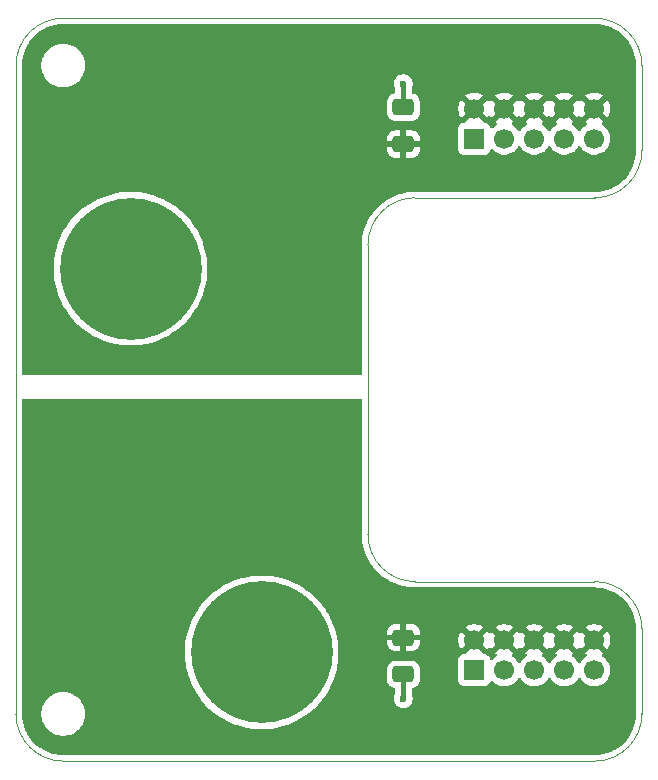
<source format=gtl>
G04 #@! TF.GenerationSoftware,KiCad,Pcbnew,9.0.3*
G04 #@! TF.CreationDate,2025-08-14T23:55:57-06:00*
G04 #@! TF.ProjectId,ProtoboardSourcePCB,50726f74-6f62-46f6-9172-64536f757263,rev?*
G04 #@! TF.SameCoordinates,Original*
G04 #@! TF.FileFunction,Copper,L1,Top*
G04 #@! TF.FilePolarity,Positive*
%FSLAX46Y46*%
G04 Gerber Fmt 4.6, Leading zero omitted, Abs format (unit mm)*
G04 Created by KiCad (PCBNEW 9.0.3) date 2025-08-14 23:55:57*
%MOMM*%
%LPD*%
G01*
G04 APERTURE LIST*
G04 Aperture macros list*
%AMRoundRect*
0 Rectangle with rounded corners*
0 $1 Rounding radius*
0 $2 $3 $4 $5 $6 $7 $8 $9 X,Y pos of 4 corners*
0 Add a 4 corners polygon primitive as box body*
4,1,4,$2,$3,$4,$5,$6,$7,$8,$9,$2,$3,0*
0 Add four circle primitives for the rounded corners*
1,1,$1+$1,$2,$3*
1,1,$1+$1,$4,$5*
1,1,$1+$1,$6,$7*
1,1,$1+$1,$8,$9*
0 Add four rect primitives between the rounded corners*
20,1,$1+$1,$2,$3,$4,$5,0*
20,1,$1+$1,$4,$5,$6,$7,0*
20,1,$1+$1,$6,$7,$8,$9,0*
20,1,$1+$1,$8,$9,$2,$3,0*%
G04 Aperture macros list end*
G04 #@! TA.AperFunction,SMDPad,CuDef*
%ADD10RoundRect,0.250000X0.650000X-0.412500X0.650000X0.412500X-0.650000X0.412500X-0.650000X-0.412500X0*%
G04 #@! TD*
G04 #@! TA.AperFunction,ComponentPad*
%ADD11C,12.000000*%
G04 #@! TD*
G04 #@! TA.AperFunction,ComponentPad*
%ADD12R,1.700000X1.700000*%
G04 #@! TD*
G04 #@! TA.AperFunction,ComponentPad*
%ADD13C,1.700000*%
G04 #@! TD*
G04 #@! TA.AperFunction,SMDPad,CuDef*
%ADD14RoundRect,0.250000X-0.650000X0.412500X-0.650000X-0.412500X0.650000X-0.412500X0.650000X0.412500X0*%
G04 #@! TD*
G04 #@! TA.AperFunction,ViaPad*
%ADD15C,0.600000*%
G04 #@! TD*
G04 #@! TA.AperFunction,Conductor*
%ADD16C,0.400000*%
G04 #@! TD*
G04 #@! TA.AperFunction,Profile*
%ADD17C,0.050000*%
G04 #@! TD*
G04 APERTURE END LIST*
D10*
X143000000Y-50462500D03*
X143000000Y-47337500D03*
D11*
X131000000Y-93500000D03*
X119900000Y-61000000D03*
D12*
X149000000Y-95000000D03*
D13*
X149000000Y-92460000D03*
X151540000Y-95000000D03*
X151540000Y-92460000D03*
X154080000Y-95000000D03*
X154080000Y-92460000D03*
X156620000Y-95000000D03*
X156620000Y-92460000D03*
X159160000Y-95000000D03*
X159160000Y-92460000D03*
D14*
X143000000Y-92237500D03*
X143000000Y-95362500D03*
D11*
X131000000Y-49000000D03*
D12*
X149000000Y-50000000D03*
D13*
X149000000Y-47460000D03*
X151540000Y-50000000D03*
X151540000Y-47460000D03*
X154080000Y-50000000D03*
X154080000Y-47460000D03*
X156620000Y-50000000D03*
X156620000Y-47460000D03*
X159160000Y-50000000D03*
X159160000Y-47460000D03*
D11*
X119900000Y-81000000D03*
D15*
X143000000Y-45337500D03*
X143000000Y-97400000D03*
D16*
X143000000Y-45337500D02*
X143000000Y-47337500D01*
X143000000Y-97400000D02*
X143000000Y-95362500D01*
G04 #@! TA.AperFunction,Conductor*
G36*
X153614075Y-47652993D02*
G01*
X153679901Y-47767007D01*
X153772993Y-47860099D01*
X153887007Y-47925925D01*
X153950590Y-47942962D01*
X153318282Y-48575269D01*
X153318282Y-48575270D01*
X153372452Y-48614626D01*
X153372451Y-48614626D01*
X153381495Y-48619234D01*
X153432292Y-48667208D01*
X153449087Y-48735029D01*
X153426550Y-48801164D01*
X153381499Y-48840202D01*
X153372182Y-48844949D01*
X153200213Y-48969890D01*
X153049890Y-49120213D01*
X152924949Y-49292182D01*
X152920484Y-49300946D01*
X152872509Y-49351742D01*
X152804688Y-49368536D01*
X152738553Y-49345998D01*
X152699516Y-49300946D01*
X152695050Y-49292182D01*
X152570109Y-49120213D01*
X152419786Y-48969890D01*
X152247817Y-48844949D01*
X152238504Y-48840204D01*
X152187707Y-48792230D01*
X152170912Y-48724409D01*
X152193449Y-48658274D01*
X152238507Y-48619232D01*
X152247555Y-48614622D01*
X152301716Y-48575270D01*
X152301717Y-48575270D01*
X151669408Y-47942962D01*
X151732993Y-47925925D01*
X151847007Y-47860099D01*
X151940099Y-47767007D01*
X152005925Y-47652993D01*
X152022962Y-47589408D01*
X152655270Y-48221717D01*
X152655270Y-48221716D01*
X152694622Y-48167554D01*
X152699514Y-48157954D01*
X152747488Y-48107157D01*
X152815308Y-48090361D01*
X152881444Y-48112897D01*
X152920486Y-48157954D01*
X152925375Y-48167550D01*
X152964728Y-48221716D01*
X153597037Y-47589408D01*
X153614075Y-47652993D01*
G37*
G04 #@! TD.AperFunction*
G04 #@! TA.AperFunction,Conductor*
G36*
X156154075Y-47652993D02*
G01*
X156219901Y-47767007D01*
X156312993Y-47860099D01*
X156427007Y-47925925D01*
X156490590Y-47942962D01*
X155858282Y-48575269D01*
X155858282Y-48575270D01*
X155912452Y-48614626D01*
X155912451Y-48614626D01*
X155921495Y-48619234D01*
X155972292Y-48667208D01*
X155989087Y-48735029D01*
X155966550Y-48801164D01*
X155921499Y-48840202D01*
X155912182Y-48844949D01*
X155740213Y-48969890D01*
X155589890Y-49120213D01*
X155464949Y-49292182D01*
X155460484Y-49300946D01*
X155412509Y-49351742D01*
X155344688Y-49368536D01*
X155278553Y-49345998D01*
X155239516Y-49300946D01*
X155235050Y-49292182D01*
X155110109Y-49120213D01*
X154959786Y-48969890D01*
X154787817Y-48844949D01*
X154778504Y-48840204D01*
X154727707Y-48792230D01*
X154710912Y-48724409D01*
X154733449Y-48658274D01*
X154778507Y-48619232D01*
X154787555Y-48614622D01*
X154841716Y-48575270D01*
X154841717Y-48575270D01*
X154209408Y-47942962D01*
X154272993Y-47925925D01*
X154387007Y-47860099D01*
X154480099Y-47767007D01*
X154545925Y-47652993D01*
X154562962Y-47589409D01*
X155195270Y-48221717D01*
X155195270Y-48221716D01*
X155234622Y-48167554D01*
X155239514Y-48157954D01*
X155287488Y-48107157D01*
X155355308Y-48090361D01*
X155421444Y-48112897D01*
X155460486Y-48157954D01*
X155465375Y-48167550D01*
X155504728Y-48221716D01*
X156137036Y-47589407D01*
X156154075Y-47652993D01*
G37*
G04 #@! TD.AperFunction*
G04 #@! TA.AperFunction,Conductor*
G36*
X158694075Y-47652993D02*
G01*
X158759901Y-47767007D01*
X158852993Y-47860099D01*
X158967007Y-47925925D01*
X159030590Y-47942962D01*
X158398282Y-48575269D01*
X158398282Y-48575270D01*
X158452452Y-48614626D01*
X158452451Y-48614626D01*
X158461495Y-48619234D01*
X158512292Y-48667208D01*
X158529087Y-48735029D01*
X158506550Y-48801164D01*
X158461499Y-48840202D01*
X158452182Y-48844949D01*
X158280213Y-48969890D01*
X158129890Y-49120213D01*
X158004949Y-49292182D01*
X158000484Y-49300946D01*
X157952509Y-49351742D01*
X157884688Y-49368536D01*
X157818553Y-49345998D01*
X157779516Y-49300946D01*
X157775050Y-49292182D01*
X157650109Y-49120213D01*
X157499786Y-48969890D01*
X157327817Y-48844949D01*
X157318504Y-48840204D01*
X157267707Y-48792230D01*
X157250912Y-48724409D01*
X157273449Y-48658274D01*
X157318507Y-48619232D01*
X157327555Y-48614622D01*
X157381716Y-48575270D01*
X157381717Y-48575270D01*
X156749408Y-47942962D01*
X156812993Y-47925925D01*
X156927007Y-47860099D01*
X157020099Y-47767007D01*
X157085925Y-47652993D01*
X157102962Y-47589408D01*
X157735270Y-48221717D01*
X157735270Y-48221716D01*
X157774622Y-48167554D01*
X157779514Y-48157954D01*
X157827488Y-48107157D01*
X157895308Y-48090361D01*
X157961444Y-48112897D01*
X158000486Y-48157954D01*
X158005375Y-48167550D01*
X158044728Y-48221716D01*
X158677037Y-47589408D01*
X158694075Y-47652993D01*
G37*
G04 #@! TD.AperFunction*
G04 #@! TA.AperFunction,Conductor*
G36*
X151074075Y-47652993D02*
G01*
X151139901Y-47767007D01*
X151232993Y-47860099D01*
X151347007Y-47925925D01*
X151410590Y-47942962D01*
X150778282Y-48575269D01*
X150778282Y-48575270D01*
X150832452Y-48614626D01*
X150832451Y-48614626D01*
X150841495Y-48619234D01*
X150892292Y-48667208D01*
X150909087Y-48735029D01*
X150886550Y-48801164D01*
X150841499Y-48840202D01*
X150832182Y-48844949D01*
X150660215Y-48969889D01*
X150546673Y-49083431D01*
X150485350Y-49116915D01*
X150415658Y-49111931D01*
X150359725Y-49070059D01*
X150342810Y-49039082D01*
X150293797Y-48907671D01*
X150293793Y-48907664D01*
X150207547Y-48792455D01*
X150207544Y-48792452D01*
X150092335Y-48706206D01*
X150092328Y-48706202D01*
X149957482Y-48655908D01*
X149957483Y-48655908D01*
X149897883Y-48649501D01*
X149897881Y-48649500D01*
X149897873Y-48649500D01*
X149897865Y-48649500D01*
X149887309Y-48649500D01*
X149820270Y-48629815D01*
X149799628Y-48613181D01*
X149129408Y-47942962D01*
X149192993Y-47925925D01*
X149307007Y-47860099D01*
X149400099Y-47767007D01*
X149465925Y-47652993D01*
X149482962Y-47589408D01*
X150115270Y-48221717D01*
X150115270Y-48221716D01*
X150154622Y-48167554D01*
X150159514Y-48157954D01*
X150207488Y-48107157D01*
X150275308Y-48090361D01*
X150341444Y-48112897D01*
X150380486Y-48157954D01*
X150385375Y-48167550D01*
X150424728Y-48221716D01*
X151057037Y-47589408D01*
X151074075Y-47652993D01*
G37*
G04 #@! TD.AperFunction*
G04 #@! TA.AperFunction,Conductor*
G36*
X159203032Y-40300648D02*
G01*
X159536929Y-40317052D01*
X159549037Y-40318245D01*
X159652146Y-40333539D01*
X159876699Y-40366849D01*
X159888617Y-40369219D01*
X160209951Y-40449709D01*
X160221588Y-40453240D01*
X160292806Y-40478722D01*
X160533467Y-40564832D01*
X160544688Y-40569479D01*
X160844163Y-40711120D01*
X160854871Y-40716844D01*
X161138988Y-40887137D01*
X161149106Y-40893897D01*
X161415170Y-41091224D01*
X161424576Y-41098944D01*
X161670013Y-41321395D01*
X161678604Y-41329986D01*
X161865755Y-41536475D01*
X161901055Y-41575423D01*
X161908775Y-41584829D01*
X162106102Y-41850893D01*
X162112862Y-41861011D01*
X162278149Y-42136777D01*
X162283148Y-42145116D01*
X162288883Y-42155844D01*
X162337229Y-42258064D01*
X162430514Y-42455297D01*
X162435170Y-42466540D01*
X162546759Y-42778411D01*
X162550292Y-42790055D01*
X162630777Y-43111369D01*
X162633151Y-43123305D01*
X162681754Y-43450962D01*
X162682947Y-43463071D01*
X162699351Y-43796966D01*
X162699500Y-43803051D01*
X162699500Y-50996948D01*
X162699351Y-51003033D01*
X162682947Y-51336928D01*
X162681754Y-51349037D01*
X162633151Y-51676694D01*
X162630777Y-51688630D01*
X162550292Y-52009944D01*
X162546759Y-52021588D01*
X162435170Y-52333459D01*
X162430514Y-52344702D01*
X162288885Y-52644151D01*
X162283148Y-52654883D01*
X162112862Y-52938988D01*
X162106102Y-52949106D01*
X161908775Y-53215170D01*
X161901055Y-53224576D01*
X161678611Y-53470006D01*
X161670006Y-53478611D01*
X161424576Y-53701055D01*
X161415170Y-53708775D01*
X161149106Y-53906102D01*
X161138988Y-53912862D01*
X160854883Y-54083148D01*
X160844151Y-54088885D01*
X160544702Y-54230514D01*
X160533459Y-54235170D01*
X160221588Y-54346759D01*
X160209944Y-54350292D01*
X159888630Y-54430777D01*
X159876694Y-54433151D01*
X159549037Y-54481754D01*
X159536928Y-54482947D01*
X159221989Y-54498419D01*
X159203031Y-54499351D01*
X159196949Y-54499500D01*
X143803499Y-54499500D01*
X143412004Y-54533751D01*
X143412000Y-54533751D01*
X143024994Y-54601991D01*
X143024983Y-54601993D01*
X142821555Y-54656502D01*
X142645384Y-54703707D01*
X142645381Y-54703708D01*
X142645380Y-54703708D01*
X142276078Y-54838124D01*
X141919937Y-55004195D01*
X141919913Y-55004207D01*
X141579587Y-55200695D01*
X141579572Y-55200704D01*
X141257652Y-55426115D01*
X140956606Y-55678724D01*
X140678724Y-55956606D01*
X140426115Y-56257652D01*
X140200704Y-56579572D01*
X140200695Y-56579587D01*
X140004207Y-56919913D01*
X140004195Y-56919937D01*
X139838124Y-57276078D01*
X139703708Y-57645380D01*
X139703708Y-57645382D01*
X139601993Y-58024983D01*
X139601991Y-58024994D01*
X139533751Y-58412000D01*
X139533751Y-58412004D01*
X139499500Y-58803499D01*
X139499500Y-69876000D01*
X139479815Y-69943039D01*
X139427011Y-69988794D01*
X139375500Y-70000000D01*
X110824500Y-70000000D01*
X110757461Y-69980315D01*
X110711706Y-69927511D01*
X110700500Y-69876000D01*
X110700500Y-60744595D01*
X113399500Y-60744595D01*
X113399500Y-61255405D01*
X113439577Y-61764641D01*
X113519486Y-62269163D01*
X113638732Y-62765860D01*
X113638736Y-62765871D01*
X113796578Y-63251664D01*
X113929431Y-63572398D01*
X113992060Y-63723598D01*
X114223963Y-64178733D01*
X114223968Y-64178741D01*
X114223970Y-64178745D01*
X114223973Y-64178752D01*
X114490855Y-64614261D01*
X114490862Y-64614272D01*
X114791102Y-65027518D01*
X114791112Y-65027532D01*
X115122847Y-65415942D01*
X115122853Y-65415949D01*
X115484051Y-65777147D01*
X115484057Y-65777152D01*
X115872467Y-66108887D01*
X115872474Y-66108892D01*
X116285729Y-66409139D01*
X116412417Y-66486773D01*
X116721247Y-66676026D01*
X116721253Y-66676028D01*
X116721267Y-66676037D01*
X117176402Y-66907940D01*
X117648330Y-67103419D01*
X117648335Y-67103421D01*
X117771859Y-67143556D01*
X118134140Y-67261268D01*
X118630837Y-67380514D01*
X119135359Y-67460423D01*
X119644595Y-67500500D01*
X119644603Y-67500500D01*
X120155397Y-67500500D01*
X120155405Y-67500500D01*
X120664641Y-67460423D01*
X121169163Y-67380514D01*
X121665860Y-67261268D01*
X122151670Y-67103419D01*
X122623598Y-66907940D01*
X123078733Y-66676037D01*
X123078748Y-66676027D01*
X123078752Y-66676026D01*
X123236905Y-66579108D01*
X123514271Y-66409139D01*
X123927526Y-66108892D01*
X124315949Y-65777147D01*
X124677147Y-65415949D01*
X125008892Y-65027526D01*
X125309139Y-64614271D01*
X125479108Y-64336905D01*
X125576026Y-64178752D01*
X125576027Y-64178748D01*
X125576037Y-64178733D01*
X125807940Y-63723598D01*
X126003419Y-63251670D01*
X126161268Y-62765860D01*
X126280514Y-62269163D01*
X126360423Y-61764641D01*
X126400500Y-61255405D01*
X126400500Y-60744595D01*
X126360423Y-60235359D01*
X126280514Y-59730837D01*
X126161268Y-59234140D01*
X126021346Y-58803504D01*
X126003421Y-58748335D01*
X125864108Y-58412004D01*
X125807940Y-58276402D01*
X125576037Y-57821267D01*
X125576028Y-57821253D01*
X125576026Y-57821247D01*
X125386773Y-57512417D01*
X125309139Y-57385729D01*
X125008892Y-56972474D01*
X125008887Y-56972467D01*
X124677152Y-56584057D01*
X124677147Y-56584051D01*
X124315949Y-56222853D01*
X124160717Y-56090272D01*
X123927532Y-55891112D01*
X123927518Y-55891102D01*
X123635201Y-55678722D01*
X123514271Y-55590861D01*
X123394314Y-55517351D01*
X123078752Y-55323973D01*
X123078745Y-55323970D01*
X123078741Y-55323968D01*
X123078733Y-55323963D01*
X122623598Y-55092060D01*
X122391196Y-54995796D01*
X122151664Y-54896578D01*
X121806007Y-54784268D01*
X121665860Y-54738732D01*
X121169163Y-54619486D01*
X121058717Y-54601993D01*
X120664641Y-54539577D01*
X120155410Y-54499500D01*
X120155405Y-54499500D01*
X119644595Y-54499500D01*
X119644589Y-54499500D01*
X119135358Y-54539577D01*
X119135357Y-54539577D01*
X118630842Y-54619485D01*
X118630839Y-54619485D01*
X118630837Y-54619486D01*
X118452958Y-54662190D01*
X118134151Y-54738729D01*
X118134145Y-54738730D01*
X118134140Y-54738732D01*
X118134128Y-54738736D01*
X117648335Y-54896578D01*
X117176404Y-55092059D01*
X117176402Y-55092060D01*
X116721267Y-55323963D01*
X116721263Y-55323965D01*
X116721254Y-55323970D01*
X116721247Y-55323973D01*
X116285738Y-55590855D01*
X116285727Y-55590862D01*
X115872481Y-55891102D01*
X115872467Y-55891112D01*
X115484057Y-56222847D01*
X115484043Y-56222860D01*
X115122860Y-56584043D01*
X115122847Y-56584057D01*
X114791112Y-56972467D01*
X114791102Y-56972481D01*
X114490862Y-57385727D01*
X114490855Y-57385738D01*
X114223973Y-57821247D01*
X114223970Y-57821254D01*
X114223965Y-57821263D01*
X114223963Y-57821267D01*
X114120159Y-58024994D01*
X113992059Y-58276404D01*
X113796578Y-58748335D01*
X113649530Y-59200904D01*
X113638732Y-59234140D01*
X113519486Y-59730837D01*
X113439577Y-60235359D01*
X113399500Y-60744595D01*
X110700500Y-60744595D01*
X110700500Y-50924986D01*
X141600001Y-50924986D01*
X141610494Y-51027697D01*
X141665641Y-51194119D01*
X141665643Y-51194124D01*
X141757684Y-51343345D01*
X141881654Y-51467315D01*
X142030875Y-51559356D01*
X142030880Y-51559358D01*
X142197302Y-51614505D01*
X142197309Y-51614506D01*
X142300019Y-51624999D01*
X142749999Y-51624999D01*
X143250000Y-51624999D01*
X143699972Y-51624999D01*
X143699986Y-51624998D01*
X143802697Y-51614505D01*
X143969119Y-51559358D01*
X143969124Y-51559356D01*
X144118345Y-51467315D01*
X144242315Y-51343345D01*
X144334356Y-51194124D01*
X144334358Y-51194119D01*
X144389505Y-51027697D01*
X144389506Y-51027690D01*
X144399999Y-50924986D01*
X144400000Y-50924973D01*
X144400000Y-50712500D01*
X143250000Y-50712500D01*
X143250000Y-51624999D01*
X142749999Y-51624999D01*
X142750000Y-51624998D01*
X142750000Y-50712500D01*
X141600001Y-50712500D01*
X141600001Y-50924986D01*
X110700500Y-50924986D01*
X110700500Y-50000013D01*
X141600000Y-50000013D01*
X141600000Y-50212500D01*
X142750000Y-50212500D01*
X143250000Y-50212500D01*
X144399999Y-50212500D01*
X144399999Y-50000028D01*
X144399998Y-50000013D01*
X144389505Y-49897302D01*
X144334358Y-49730880D01*
X144334356Y-49730875D01*
X144242315Y-49581654D01*
X144118345Y-49457684D01*
X143969124Y-49365643D01*
X143969119Y-49365641D01*
X143802697Y-49310494D01*
X143802690Y-49310493D01*
X143699986Y-49300000D01*
X143250000Y-49300000D01*
X143250000Y-50212500D01*
X142750000Y-50212500D01*
X142750000Y-49300000D01*
X142300028Y-49300000D01*
X142300012Y-49300001D01*
X142197302Y-49310494D01*
X142030880Y-49365641D01*
X142030875Y-49365643D01*
X141881654Y-49457684D01*
X141757684Y-49581654D01*
X141665643Y-49730875D01*
X141665641Y-49730880D01*
X141610494Y-49897302D01*
X141610493Y-49897309D01*
X141600000Y-50000013D01*
X110700500Y-50000013D01*
X110700500Y-49102135D01*
X147649500Y-49102135D01*
X147649500Y-50897870D01*
X147649501Y-50897876D01*
X147655908Y-50957483D01*
X147706202Y-51092328D01*
X147706206Y-51092335D01*
X147792452Y-51207544D01*
X147792455Y-51207547D01*
X147907664Y-51293793D01*
X147907671Y-51293797D01*
X148042517Y-51344091D01*
X148042516Y-51344091D01*
X148049444Y-51344835D01*
X148102127Y-51350500D01*
X149897872Y-51350499D01*
X149957483Y-51344091D01*
X150092331Y-51293796D01*
X150207546Y-51207546D01*
X150293796Y-51092331D01*
X150342810Y-50960916D01*
X150384681Y-50904984D01*
X150450145Y-50880566D01*
X150518418Y-50895417D01*
X150546673Y-50916569D01*
X150660213Y-51030109D01*
X150832179Y-51155048D01*
X150832181Y-51155049D01*
X150832184Y-51155051D01*
X151021588Y-51251557D01*
X151223757Y-51317246D01*
X151433713Y-51350500D01*
X151433714Y-51350500D01*
X151646286Y-51350500D01*
X151646287Y-51350500D01*
X151856243Y-51317246D01*
X152058412Y-51251557D01*
X152247816Y-51155051D01*
X152334138Y-51092335D01*
X152419786Y-51030109D01*
X152419788Y-51030106D01*
X152419792Y-51030104D01*
X152570104Y-50879792D01*
X152570106Y-50879788D01*
X152570109Y-50879786D01*
X152695048Y-50707820D01*
X152695047Y-50707820D01*
X152695051Y-50707816D01*
X152699514Y-50699054D01*
X152747488Y-50648259D01*
X152815308Y-50631463D01*
X152881444Y-50653999D01*
X152920486Y-50699056D01*
X152924951Y-50707820D01*
X153049890Y-50879786D01*
X153200213Y-51030109D01*
X153372179Y-51155048D01*
X153372181Y-51155049D01*
X153372184Y-51155051D01*
X153561588Y-51251557D01*
X153763757Y-51317246D01*
X153973713Y-51350500D01*
X153973714Y-51350500D01*
X154186286Y-51350500D01*
X154186287Y-51350500D01*
X154396243Y-51317246D01*
X154598412Y-51251557D01*
X154787816Y-51155051D01*
X154874138Y-51092335D01*
X154959786Y-51030109D01*
X154959788Y-51030106D01*
X154959792Y-51030104D01*
X155110104Y-50879792D01*
X155110106Y-50879788D01*
X155110109Y-50879786D01*
X155235048Y-50707820D01*
X155235047Y-50707820D01*
X155235051Y-50707816D01*
X155239514Y-50699054D01*
X155287488Y-50648259D01*
X155355308Y-50631463D01*
X155421444Y-50653999D01*
X155460486Y-50699056D01*
X155464951Y-50707820D01*
X155589890Y-50879786D01*
X155740213Y-51030109D01*
X155912179Y-51155048D01*
X155912181Y-51155049D01*
X155912184Y-51155051D01*
X156101588Y-51251557D01*
X156303757Y-51317246D01*
X156513713Y-51350500D01*
X156513714Y-51350500D01*
X156726286Y-51350500D01*
X156726287Y-51350500D01*
X156936243Y-51317246D01*
X157138412Y-51251557D01*
X157327816Y-51155051D01*
X157414138Y-51092335D01*
X157499786Y-51030109D01*
X157499788Y-51030106D01*
X157499792Y-51030104D01*
X157650104Y-50879792D01*
X157650106Y-50879788D01*
X157650109Y-50879786D01*
X157775048Y-50707820D01*
X157775047Y-50707820D01*
X157775051Y-50707816D01*
X157779514Y-50699054D01*
X157827488Y-50648259D01*
X157895308Y-50631463D01*
X157961444Y-50653999D01*
X158000486Y-50699056D01*
X158004951Y-50707820D01*
X158129890Y-50879786D01*
X158280213Y-51030109D01*
X158452179Y-51155048D01*
X158452181Y-51155049D01*
X158452184Y-51155051D01*
X158641588Y-51251557D01*
X158843757Y-51317246D01*
X159053713Y-51350500D01*
X159053714Y-51350500D01*
X159266286Y-51350500D01*
X159266287Y-51350500D01*
X159476243Y-51317246D01*
X159678412Y-51251557D01*
X159867816Y-51155051D01*
X159954138Y-51092335D01*
X160039786Y-51030109D01*
X160039788Y-51030106D01*
X160039792Y-51030104D01*
X160190104Y-50879792D01*
X160190106Y-50879788D01*
X160190109Y-50879786D01*
X160315048Y-50707820D01*
X160315047Y-50707820D01*
X160315051Y-50707816D01*
X160411557Y-50518412D01*
X160477246Y-50316243D01*
X160510500Y-50106287D01*
X160510500Y-49893713D01*
X160477246Y-49683757D01*
X160411557Y-49481588D01*
X160315051Y-49292184D01*
X160315049Y-49292181D01*
X160315048Y-49292179D01*
X160190109Y-49120213D01*
X160039786Y-48969890D01*
X159867817Y-48844949D01*
X159858504Y-48840204D01*
X159807707Y-48792230D01*
X159790912Y-48724409D01*
X159813449Y-48658274D01*
X159858507Y-48619232D01*
X159867555Y-48614622D01*
X159921716Y-48575270D01*
X159921717Y-48575270D01*
X159289408Y-47942962D01*
X159352993Y-47925925D01*
X159467007Y-47860099D01*
X159560099Y-47767007D01*
X159625925Y-47652993D01*
X159642962Y-47589408D01*
X160275270Y-48221717D01*
X160275270Y-48221716D01*
X160314622Y-48167554D01*
X160411095Y-47978217D01*
X160476757Y-47776130D01*
X160476757Y-47776127D01*
X160510000Y-47566246D01*
X160510000Y-47353753D01*
X160476757Y-47143872D01*
X160476757Y-47143869D01*
X160411095Y-46941782D01*
X160314624Y-46752449D01*
X160275270Y-46698282D01*
X160275269Y-46698282D01*
X159642962Y-47330590D01*
X159625925Y-47267007D01*
X159560099Y-47152993D01*
X159467007Y-47059901D01*
X159352993Y-46994075D01*
X159289409Y-46977037D01*
X159921716Y-46344728D01*
X159867550Y-46305375D01*
X159678217Y-46208904D01*
X159476129Y-46143242D01*
X159266246Y-46110000D01*
X159053754Y-46110000D01*
X158843872Y-46143242D01*
X158843869Y-46143242D01*
X158641782Y-46208904D01*
X158452439Y-46305380D01*
X158398282Y-46344727D01*
X158398282Y-46344728D01*
X159030591Y-46977037D01*
X158967007Y-46994075D01*
X158852993Y-47059901D01*
X158759901Y-47152993D01*
X158694075Y-47267007D01*
X158677037Y-47330591D01*
X158044728Y-46698282D01*
X158044727Y-46698282D01*
X158005380Y-46752440D01*
X158000483Y-46762051D01*
X157952506Y-46812845D01*
X157884684Y-46829638D01*
X157818550Y-46807098D01*
X157779516Y-46762048D01*
X157774626Y-46752452D01*
X157735270Y-46698282D01*
X157735269Y-46698282D01*
X157102962Y-47330590D01*
X157085925Y-47267007D01*
X157020099Y-47152993D01*
X156927007Y-47059901D01*
X156812993Y-46994075D01*
X156749409Y-46977037D01*
X157381716Y-46344728D01*
X157327550Y-46305375D01*
X157138217Y-46208904D01*
X156936129Y-46143242D01*
X156726246Y-46110000D01*
X156513754Y-46110000D01*
X156303872Y-46143242D01*
X156303869Y-46143242D01*
X156101782Y-46208904D01*
X155912439Y-46305380D01*
X155858282Y-46344727D01*
X155858282Y-46344728D01*
X156490591Y-46977037D01*
X156427007Y-46994075D01*
X156312993Y-47059901D01*
X156219901Y-47152993D01*
X156154075Y-47267007D01*
X156137037Y-47330591D01*
X155504728Y-46698282D01*
X155504727Y-46698282D01*
X155465380Y-46752440D01*
X155460483Y-46762051D01*
X155412506Y-46812845D01*
X155344684Y-46829638D01*
X155278550Y-46807098D01*
X155239516Y-46762048D01*
X155234626Y-46752452D01*
X155195270Y-46698282D01*
X155195269Y-46698282D01*
X154562962Y-47330590D01*
X154545925Y-47267007D01*
X154480099Y-47152993D01*
X154387007Y-47059901D01*
X154272993Y-46994075D01*
X154209409Y-46977037D01*
X154841716Y-46344728D01*
X154787550Y-46305375D01*
X154598217Y-46208904D01*
X154396129Y-46143242D01*
X154186246Y-46110000D01*
X153973754Y-46110000D01*
X153763872Y-46143242D01*
X153763869Y-46143242D01*
X153561782Y-46208904D01*
X153372439Y-46305380D01*
X153318282Y-46344727D01*
X153318282Y-46344728D01*
X153950591Y-46977037D01*
X153887007Y-46994075D01*
X153772993Y-47059901D01*
X153679901Y-47152993D01*
X153614075Y-47267007D01*
X153597037Y-47330591D01*
X152964728Y-46698282D01*
X152964727Y-46698282D01*
X152925380Y-46752440D01*
X152920483Y-46762051D01*
X152872506Y-46812845D01*
X152804684Y-46829638D01*
X152738550Y-46807098D01*
X152699516Y-46762048D01*
X152694626Y-46752452D01*
X152655270Y-46698282D01*
X152655269Y-46698282D01*
X152022962Y-47330590D01*
X152005925Y-47267007D01*
X151940099Y-47152993D01*
X151847007Y-47059901D01*
X151732993Y-46994075D01*
X151669409Y-46977037D01*
X152301716Y-46344728D01*
X152247550Y-46305375D01*
X152058217Y-46208904D01*
X151856129Y-46143242D01*
X151646246Y-46110000D01*
X151433754Y-46110000D01*
X151223872Y-46143242D01*
X151223869Y-46143242D01*
X151021782Y-46208904D01*
X150832439Y-46305380D01*
X150778282Y-46344727D01*
X150778282Y-46344728D01*
X151410591Y-46977037D01*
X151347007Y-46994075D01*
X151232993Y-47059901D01*
X151139901Y-47152993D01*
X151074075Y-47267007D01*
X151057037Y-47330591D01*
X150424728Y-46698282D01*
X150424727Y-46698282D01*
X150385380Y-46752440D01*
X150380483Y-46762051D01*
X150332506Y-46812845D01*
X150264684Y-46829638D01*
X150198550Y-46807098D01*
X150159516Y-46762048D01*
X150154626Y-46752452D01*
X150115270Y-46698282D01*
X150115269Y-46698282D01*
X149482962Y-47330590D01*
X149465925Y-47267007D01*
X149400099Y-47152993D01*
X149307007Y-47059901D01*
X149192993Y-46994075D01*
X149129409Y-46977037D01*
X149761716Y-46344728D01*
X149707550Y-46305375D01*
X149518217Y-46208904D01*
X149316129Y-46143242D01*
X149106246Y-46110000D01*
X148893754Y-46110000D01*
X148683872Y-46143242D01*
X148683869Y-46143242D01*
X148481782Y-46208904D01*
X148292439Y-46305380D01*
X148238282Y-46344727D01*
X148238282Y-46344728D01*
X148870591Y-46977037D01*
X148807007Y-46994075D01*
X148692993Y-47059901D01*
X148599901Y-47152993D01*
X148534075Y-47267007D01*
X148517037Y-47330591D01*
X147884728Y-46698282D01*
X147884727Y-46698282D01*
X147845380Y-46752439D01*
X147748904Y-46941782D01*
X147683242Y-47143869D01*
X147683242Y-47143872D01*
X147650000Y-47353753D01*
X147650000Y-47566246D01*
X147683242Y-47776127D01*
X147683242Y-47776130D01*
X147748904Y-47978217D01*
X147845375Y-48167550D01*
X147884728Y-48221716D01*
X148517037Y-47589408D01*
X148534075Y-47652993D01*
X148599901Y-47767007D01*
X148692993Y-47860099D01*
X148807007Y-47925925D01*
X148870590Y-47942962D01*
X148200370Y-48613181D01*
X148139047Y-48646666D01*
X148112698Y-48649500D01*
X148102134Y-48649500D01*
X148102123Y-48649501D01*
X148042516Y-48655908D01*
X147907671Y-48706202D01*
X147907664Y-48706206D01*
X147792455Y-48792452D01*
X147792452Y-48792455D01*
X147706206Y-48907664D01*
X147706202Y-48907671D01*
X147655908Y-49042517D01*
X147649501Y-49102116D01*
X147649500Y-49102135D01*
X110700500Y-49102135D01*
X110700500Y-46874983D01*
X141599500Y-46874983D01*
X141599500Y-47800001D01*
X141599501Y-47800019D01*
X141610000Y-47902796D01*
X141610001Y-47902799D01*
X141665185Y-48069331D01*
X141665186Y-48069334D01*
X141757288Y-48218656D01*
X141881344Y-48342712D01*
X142030666Y-48434814D01*
X142197203Y-48489999D01*
X142299991Y-48500500D01*
X143700008Y-48500499D01*
X143802797Y-48489999D01*
X143969334Y-48434814D01*
X144118656Y-48342712D01*
X144242712Y-48218656D01*
X144334814Y-48069334D01*
X144389999Y-47902797D01*
X144400500Y-47800009D01*
X144400499Y-47267007D01*
X144400499Y-46874998D01*
X144400498Y-46874980D01*
X144389999Y-46772203D01*
X144389998Y-46772200D01*
X144365504Y-46698282D01*
X144334814Y-46605666D01*
X144242712Y-46456344D01*
X144118656Y-46332288D01*
X143969334Y-46240186D01*
X143969331Y-46240185D01*
X143802795Y-46185000D01*
X143798533Y-46184088D01*
X143737102Y-46150801D01*
X143703419Y-46089586D01*
X143700500Y-46062837D01*
X143700500Y-45762816D01*
X143709939Y-45715364D01*
X143769735Y-45571001D01*
X143769737Y-45570997D01*
X143800500Y-45416342D01*
X143800500Y-45258658D01*
X143800500Y-45258655D01*
X143800499Y-45258653D01*
X143769737Y-45104003D01*
X143769735Y-45103998D01*
X143709397Y-44958327D01*
X143709390Y-44958314D01*
X143621789Y-44827211D01*
X143621786Y-44827207D01*
X143510292Y-44715713D01*
X143510288Y-44715710D01*
X143379185Y-44628109D01*
X143379172Y-44628102D01*
X143233501Y-44567764D01*
X143233489Y-44567761D01*
X143078845Y-44537000D01*
X143078842Y-44537000D01*
X142921158Y-44537000D01*
X142921155Y-44537000D01*
X142766510Y-44567761D01*
X142766498Y-44567764D01*
X142620827Y-44628102D01*
X142620814Y-44628109D01*
X142489711Y-44715710D01*
X142489707Y-44715713D01*
X142378213Y-44827207D01*
X142378210Y-44827211D01*
X142290609Y-44958314D01*
X142290602Y-44958327D01*
X142230264Y-45103998D01*
X142230261Y-45104010D01*
X142199500Y-45258653D01*
X142199500Y-45416346D01*
X142230261Y-45570989D01*
X142230264Y-45571001D01*
X142290061Y-45715364D01*
X142299500Y-45762816D01*
X142299500Y-46062837D01*
X142279815Y-46129876D01*
X142227011Y-46175631D01*
X142201459Y-46184089D01*
X142197207Y-46184999D01*
X142030668Y-46240185D01*
X142030663Y-46240187D01*
X141881342Y-46332289D01*
X141757289Y-46456342D01*
X141665187Y-46605663D01*
X141665186Y-46605666D01*
X141610001Y-46772203D01*
X141610001Y-46772204D01*
X141610000Y-46772204D01*
X141599500Y-46874983D01*
X110700500Y-46874983D01*
X110700500Y-43803051D01*
X110700649Y-43796966D01*
X110706459Y-43678711D01*
X112349500Y-43678711D01*
X112349500Y-43921288D01*
X112381161Y-44161785D01*
X112443947Y-44396104D01*
X112536773Y-44620205D01*
X112536777Y-44620214D01*
X112541335Y-44628109D01*
X112658064Y-44830289D01*
X112658066Y-44830292D01*
X112658067Y-44830293D01*
X112805733Y-45022736D01*
X112805739Y-45022743D01*
X112977256Y-45194260D01*
X112977262Y-45194265D01*
X113169711Y-45341936D01*
X113379788Y-45463224D01*
X113603900Y-45556054D01*
X113838211Y-45618838D01*
X114018586Y-45642584D01*
X114078711Y-45650500D01*
X114078712Y-45650500D01*
X114321289Y-45650500D01*
X114369388Y-45644167D01*
X114561789Y-45618838D01*
X114796100Y-45556054D01*
X115020212Y-45463224D01*
X115230289Y-45341936D01*
X115422738Y-45194265D01*
X115594265Y-45022738D01*
X115741936Y-44830289D01*
X115863224Y-44620212D01*
X115956054Y-44396100D01*
X116018838Y-44161789D01*
X116050500Y-43921288D01*
X116050500Y-43678712D01*
X116049164Y-43668567D01*
X116022111Y-43463072D01*
X116018838Y-43438211D01*
X115956054Y-43203900D01*
X115863224Y-42979788D01*
X115741936Y-42769711D01*
X115594265Y-42577262D01*
X115594260Y-42577256D01*
X115422743Y-42405739D01*
X115422736Y-42405733D01*
X115230293Y-42258067D01*
X115230292Y-42258066D01*
X115230289Y-42258064D01*
X115020212Y-42136776D01*
X115020205Y-42136773D01*
X114796104Y-42043947D01*
X114561785Y-41981161D01*
X114321289Y-41949500D01*
X114321288Y-41949500D01*
X114078712Y-41949500D01*
X114078711Y-41949500D01*
X113838214Y-41981161D01*
X113603895Y-42043947D01*
X113379794Y-42136773D01*
X113379785Y-42136777D01*
X113169706Y-42258067D01*
X112977263Y-42405733D01*
X112977256Y-42405739D01*
X112805739Y-42577256D01*
X112805733Y-42577263D01*
X112658067Y-42769706D01*
X112536777Y-42979785D01*
X112536773Y-42979794D01*
X112443947Y-43203895D01*
X112381161Y-43438214D01*
X112349500Y-43678711D01*
X110706459Y-43678711D01*
X110706957Y-43668568D01*
X110706957Y-43668567D01*
X110717052Y-43463072D01*
X110718245Y-43450962D01*
X110720136Y-43438211D01*
X110766849Y-43123296D01*
X110769218Y-43111385D01*
X110849710Y-42790043D01*
X110853240Y-42778411D01*
X110925212Y-42577263D01*
X110964835Y-42466525D01*
X110969476Y-42455318D01*
X111111124Y-42155828D01*
X111116840Y-42145136D01*
X111287145Y-41860998D01*
X111293888Y-41850905D01*
X111491232Y-41584818D01*
X111498935Y-41575433D01*
X111721405Y-41329975D01*
X111729975Y-41321405D01*
X111975433Y-41098935D01*
X111984818Y-41091232D01*
X112250905Y-40893888D01*
X112260998Y-40887145D01*
X112545136Y-40716840D01*
X112555828Y-40711124D01*
X112855318Y-40569476D01*
X112866525Y-40564835D01*
X113178412Y-40453239D01*
X113190043Y-40449710D01*
X113511385Y-40369218D01*
X113523296Y-40366849D01*
X113850962Y-40318244D01*
X113863068Y-40317052D01*
X114196967Y-40300648D01*
X114203051Y-40300500D01*
X114265892Y-40300500D01*
X159134108Y-40300500D01*
X159196949Y-40300500D01*
X159203032Y-40300648D01*
G37*
G04 #@! TD.AperFunction*
G04 #@! TA.AperFunction,Conductor*
G36*
X153614075Y-92652993D02*
G01*
X153679901Y-92767007D01*
X153772993Y-92860099D01*
X153887007Y-92925925D01*
X153950590Y-92942962D01*
X153318282Y-93575269D01*
X153318282Y-93575270D01*
X153372452Y-93614626D01*
X153372451Y-93614626D01*
X153381495Y-93619234D01*
X153432292Y-93667208D01*
X153449087Y-93735029D01*
X153426550Y-93801164D01*
X153381499Y-93840202D01*
X153372182Y-93844949D01*
X153200213Y-93969890D01*
X153049890Y-94120213D01*
X152924949Y-94292182D01*
X152920484Y-94300946D01*
X152872509Y-94351742D01*
X152804688Y-94368536D01*
X152738553Y-94345998D01*
X152699516Y-94300946D01*
X152695050Y-94292182D01*
X152570109Y-94120213D01*
X152419786Y-93969890D01*
X152247817Y-93844949D01*
X152238504Y-93840204D01*
X152187707Y-93792230D01*
X152170912Y-93724409D01*
X152193449Y-93658274D01*
X152238507Y-93619232D01*
X152247555Y-93614622D01*
X152301716Y-93575270D01*
X152301717Y-93575270D01*
X151669408Y-92942962D01*
X151732993Y-92925925D01*
X151847007Y-92860099D01*
X151940099Y-92767007D01*
X152005925Y-92652993D01*
X152022962Y-92589408D01*
X152655270Y-93221717D01*
X152655270Y-93221716D01*
X152694622Y-93167554D01*
X152699514Y-93157954D01*
X152747488Y-93107157D01*
X152815308Y-93090361D01*
X152881444Y-93112897D01*
X152920486Y-93157954D01*
X152925375Y-93167550D01*
X152964728Y-93221716D01*
X153597037Y-92589408D01*
X153614075Y-92652993D01*
G37*
G04 #@! TD.AperFunction*
G04 #@! TA.AperFunction,Conductor*
G36*
X156154075Y-92652993D02*
G01*
X156219901Y-92767007D01*
X156312993Y-92860099D01*
X156427007Y-92925925D01*
X156490590Y-92942962D01*
X155858282Y-93575269D01*
X155858282Y-93575270D01*
X155912452Y-93614626D01*
X155912451Y-93614626D01*
X155921495Y-93619234D01*
X155972292Y-93667208D01*
X155989087Y-93735029D01*
X155966550Y-93801164D01*
X155921499Y-93840202D01*
X155912182Y-93844949D01*
X155740213Y-93969890D01*
X155589890Y-94120213D01*
X155464949Y-94292182D01*
X155460484Y-94300946D01*
X155412509Y-94351742D01*
X155344688Y-94368536D01*
X155278553Y-94345998D01*
X155239516Y-94300946D01*
X155235050Y-94292182D01*
X155110109Y-94120213D01*
X154959786Y-93969890D01*
X154787817Y-93844949D01*
X154778504Y-93840204D01*
X154727707Y-93792230D01*
X154710912Y-93724409D01*
X154733449Y-93658274D01*
X154778507Y-93619232D01*
X154787555Y-93614622D01*
X154841716Y-93575270D01*
X154841717Y-93575270D01*
X154209408Y-92942962D01*
X154272993Y-92925925D01*
X154387007Y-92860099D01*
X154480099Y-92767007D01*
X154545925Y-92652993D01*
X154562962Y-92589409D01*
X155195270Y-93221717D01*
X155195270Y-93221716D01*
X155234622Y-93167554D01*
X155239514Y-93157954D01*
X155287488Y-93107157D01*
X155355308Y-93090361D01*
X155421444Y-93112897D01*
X155460486Y-93157954D01*
X155465375Y-93167550D01*
X155504728Y-93221716D01*
X156137037Y-92589408D01*
X156154075Y-92652993D01*
G37*
G04 #@! TD.AperFunction*
G04 #@! TA.AperFunction,Conductor*
G36*
X158694075Y-92652993D02*
G01*
X158759901Y-92767007D01*
X158852993Y-92860099D01*
X158967007Y-92925925D01*
X159030590Y-92942962D01*
X158398282Y-93575269D01*
X158398282Y-93575270D01*
X158452452Y-93614626D01*
X158452451Y-93614626D01*
X158461495Y-93619234D01*
X158512292Y-93667208D01*
X158529087Y-93735029D01*
X158506550Y-93801164D01*
X158461499Y-93840202D01*
X158452182Y-93844949D01*
X158280213Y-93969890D01*
X158129890Y-94120213D01*
X158004949Y-94292182D01*
X158000484Y-94300946D01*
X157952509Y-94351742D01*
X157884688Y-94368536D01*
X157818553Y-94345998D01*
X157779516Y-94300946D01*
X157775050Y-94292182D01*
X157650109Y-94120213D01*
X157499786Y-93969890D01*
X157327817Y-93844949D01*
X157318504Y-93840204D01*
X157267707Y-93792230D01*
X157250912Y-93724409D01*
X157273449Y-93658274D01*
X157318507Y-93619232D01*
X157327555Y-93614622D01*
X157381716Y-93575270D01*
X157381717Y-93575270D01*
X156749408Y-92942962D01*
X156812993Y-92925925D01*
X156927007Y-92860099D01*
X157020099Y-92767007D01*
X157085925Y-92652993D01*
X157102962Y-92589408D01*
X157735270Y-93221717D01*
X157735270Y-93221716D01*
X157774622Y-93167554D01*
X157779514Y-93157954D01*
X157827488Y-93107157D01*
X157895308Y-93090361D01*
X157961444Y-93112897D01*
X158000486Y-93157954D01*
X158005375Y-93167550D01*
X158044728Y-93221716D01*
X158677037Y-92589408D01*
X158694075Y-92652993D01*
G37*
G04 #@! TD.AperFunction*
G04 #@! TA.AperFunction,Conductor*
G36*
X151074075Y-92652993D02*
G01*
X151139901Y-92767007D01*
X151232993Y-92860099D01*
X151347007Y-92925925D01*
X151410590Y-92942962D01*
X150778282Y-93575269D01*
X150778282Y-93575270D01*
X150832452Y-93614626D01*
X150832451Y-93614626D01*
X150841495Y-93619234D01*
X150892292Y-93667208D01*
X150909087Y-93735029D01*
X150886550Y-93801164D01*
X150841499Y-93840202D01*
X150832182Y-93844949D01*
X150660215Y-93969889D01*
X150546673Y-94083431D01*
X150485350Y-94116915D01*
X150415658Y-94111931D01*
X150359725Y-94070059D01*
X150342810Y-94039082D01*
X150293797Y-93907671D01*
X150293793Y-93907664D01*
X150207547Y-93792455D01*
X150207544Y-93792452D01*
X150092335Y-93706206D01*
X150092328Y-93706202D01*
X149957482Y-93655908D01*
X149957483Y-93655908D01*
X149897883Y-93649501D01*
X149897881Y-93649500D01*
X149897873Y-93649500D01*
X149897865Y-93649500D01*
X149887309Y-93649500D01*
X149820270Y-93629815D01*
X149799628Y-93613181D01*
X149129408Y-92942962D01*
X149192993Y-92925925D01*
X149307007Y-92860099D01*
X149400099Y-92767007D01*
X149465925Y-92652993D01*
X149482962Y-92589408D01*
X150115270Y-93221717D01*
X150115270Y-93221716D01*
X150154622Y-93167554D01*
X150159514Y-93157954D01*
X150207488Y-93107157D01*
X150275308Y-93090361D01*
X150341444Y-93112897D01*
X150380486Y-93157954D01*
X150385375Y-93167550D01*
X150424728Y-93221716D01*
X151057037Y-92589408D01*
X151074075Y-92652993D01*
G37*
G04 #@! TD.AperFunction*
G04 #@! TA.AperFunction,Conductor*
G36*
X139442539Y-72019685D02*
G01*
X139488294Y-72072489D01*
X139499500Y-72124000D01*
X139499500Y-83696500D01*
X139533751Y-84087995D01*
X139533751Y-84087999D01*
X139601991Y-84475005D01*
X139601993Y-84475015D01*
X139703707Y-84854616D01*
X139703708Y-84854618D01*
X139703708Y-84854619D01*
X139838124Y-85223921D01*
X140004195Y-85580062D01*
X140004207Y-85580086D01*
X140200695Y-85920412D01*
X140200704Y-85920427D01*
X140426115Y-86242347D01*
X140566565Y-86409728D01*
X140678722Y-86543391D01*
X140956609Y-86821278D01*
X140989424Y-86848813D01*
X141257652Y-87073884D01*
X141257658Y-87073888D01*
X141257659Y-87073889D01*
X141579579Y-87299300D01*
X141919920Y-87495796D01*
X141919934Y-87495802D01*
X141919937Y-87495804D01*
X142276078Y-87661875D01*
X142276083Y-87661876D01*
X142276092Y-87661881D01*
X142645384Y-87796293D01*
X143024985Y-87898007D01*
X143412007Y-87966249D01*
X143803502Y-88000499D01*
X143803503Y-88000500D01*
X143803504Y-88000500D01*
X143934108Y-88000500D01*
X159097894Y-88000500D01*
X159107490Y-88000500D01*
X159109239Y-88000956D01*
X159172604Y-88000504D01*
X159172973Y-88000505D01*
X159173040Y-88000524D01*
X159178141Y-88000613D01*
X159512186Y-88014645D01*
X159524290Y-88015751D01*
X159852309Y-88062028D01*
X159864232Y-88064312D01*
X160186148Y-88142520D01*
X160197800Y-88145965D01*
X160510480Y-88255344D01*
X160521739Y-88259913D01*
X160822213Y-88399422D01*
X160832964Y-88405071D01*
X161118300Y-88573350D01*
X161128465Y-88580038D01*
X161395937Y-88775479D01*
X161405376Y-88783114D01*
X161652396Y-89003822D01*
X161661062Y-89012365D01*
X161885259Y-89256223D01*
X161893042Y-89265571D01*
X162092259Y-89530232D01*
X162099088Y-89540295D01*
X162271404Y-89823209D01*
X162277216Y-89833900D01*
X162420965Y-90132324D01*
X162425702Y-90143533D01*
X162539511Y-90454624D01*
X162543126Y-90466243D01*
X162625898Y-90786996D01*
X162628356Y-90798914D01*
X162679287Y-91126215D01*
X162680566Y-91138317D01*
X162699304Y-91471413D01*
X162699500Y-91478377D01*
X162699500Y-98597897D01*
X162699499Y-98607489D01*
X162699044Y-98609239D01*
X162699494Y-98672465D01*
X162699494Y-98672975D01*
X162699474Y-98673042D01*
X162699385Y-98678169D01*
X162685354Y-99012178D01*
X162684247Y-99024296D01*
X162637973Y-99352295D01*
X162635684Y-99364247D01*
X162557481Y-99686139D01*
X162554031Y-99697809D01*
X162444658Y-100010472D01*
X162440082Y-100021747D01*
X162300582Y-100322202D01*
X162294922Y-100332974D01*
X162126649Y-100618300D01*
X162119960Y-100628466D01*
X161924529Y-100895926D01*
X161916876Y-100905387D01*
X161696177Y-101152396D01*
X161687634Y-101161062D01*
X161443776Y-101385259D01*
X161434425Y-101393045D01*
X161169774Y-101592255D01*
X161159704Y-101599088D01*
X160876790Y-101771404D01*
X160866099Y-101777216D01*
X160567675Y-101920965D01*
X160556466Y-101925702D01*
X160245375Y-102039511D01*
X160233756Y-102043126D01*
X159913003Y-102125898D01*
X159901085Y-102128356D01*
X159573784Y-102179287D01*
X159561682Y-102180566D01*
X159228585Y-102199303D01*
X159221621Y-102199499D01*
X114302098Y-102199499D01*
X114292505Y-102199498D01*
X114290761Y-102199044D01*
X114227533Y-102199494D01*
X114227025Y-102199494D01*
X114226958Y-102199474D01*
X114221829Y-102199385D01*
X113887821Y-102185354D01*
X113875703Y-102184247D01*
X113547704Y-102137973D01*
X113535752Y-102135684D01*
X113213860Y-102057481D01*
X113202190Y-102054031D01*
X112889527Y-101944658D01*
X112878252Y-101940082D01*
X112577797Y-101800582D01*
X112567025Y-101794922D01*
X112537002Y-101777216D01*
X112281699Y-101626649D01*
X112271533Y-101619960D01*
X112196390Y-101565053D01*
X112004064Y-101424522D01*
X111994621Y-101416883D01*
X111747600Y-101196174D01*
X111738937Y-101187634D01*
X111514735Y-100943770D01*
X111506954Y-100934425D01*
X111307736Y-100669763D01*
X111300918Y-100659715D01*
X111128595Y-100376790D01*
X111122783Y-100366099D01*
X111106827Y-100332974D01*
X110979030Y-100067667D01*
X110974297Y-100056466D01*
X110961595Y-100021747D01*
X110860488Y-99745375D01*
X110856873Y-99733756D01*
X110774101Y-99413003D01*
X110771643Y-99401085D01*
X110755307Y-99296104D01*
X110720710Y-99073765D01*
X110719434Y-99061700D01*
X110700696Y-98728585D01*
X110700500Y-98721621D01*
X110700500Y-98578711D01*
X112349500Y-98578711D01*
X112349500Y-98821288D01*
X112381161Y-99061785D01*
X112443947Y-99296104D01*
X112536773Y-99520205D01*
X112536776Y-99520212D01*
X112658064Y-99730289D01*
X112658066Y-99730292D01*
X112658067Y-99730293D01*
X112805733Y-99922736D01*
X112805739Y-99922743D01*
X112977256Y-100094260D01*
X112977262Y-100094265D01*
X113169711Y-100241936D01*
X113379788Y-100363224D01*
X113603900Y-100456054D01*
X113838211Y-100518838D01*
X114018586Y-100542584D01*
X114078711Y-100550500D01*
X114078712Y-100550500D01*
X114321289Y-100550500D01*
X114369388Y-100544167D01*
X114561789Y-100518838D01*
X114796100Y-100456054D01*
X115020212Y-100363224D01*
X115230289Y-100241936D01*
X115422738Y-100094265D01*
X115594265Y-99922738D01*
X115741936Y-99730289D01*
X115863224Y-99520212D01*
X115956054Y-99296100D01*
X116018838Y-99061789D01*
X116050500Y-98821288D01*
X116050500Y-98578712D01*
X116018838Y-98338211D01*
X115956054Y-98103900D01*
X115863224Y-97879788D01*
X115741936Y-97669711D01*
X115681018Y-97590321D01*
X115594266Y-97477263D01*
X115594260Y-97477256D01*
X115422743Y-97305739D01*
X115422736Y-97305733D01*
X115230293Y-97158067D01*
X115230292Y-97158066D01*
X115230289Y-97158064D01*
X115020212Y-97036776D01*
X114984868Y-97022136D01*
X114796104Y-96943947D01*
X114561785Y-96881161D01*
X114321289Y-96849500D01*
X114321288Y-96849500D01*
X114078712Y-96849500D01*
X114078711Y-96849500D01*
X113838214Y-96881161D01*
X113603895Y-96943947D01*
X113379794Y-97036773D01*
X113379785Y-97036777D01*
X113169706Y-97158067D01*
X112977263Y-97305733D01*
X112977256Y-97305739D01*
X112805739Y-97477256D01*
X112805733Y-97477263D01*
X112658067Y-97669706D01*
X112536777Y-97879785D01*
X112536773Y-97879794D01*
X112443947Y-98103895D01*
X112381161Y-98338214D01*
X112349500Y-98578711D01*
X110700500Y-98578711D01*
X110700500Y-93244589D01*
X124499500Y-93244589D01*
X124499500Y-93755410D01*
X124539577Y-94264641D01*
X124539577Y-94264642D01*
X124554251Y-94357288D01*
X124619486Y-94769163D01*
X124738732Y-95265860D01*
X124784268Y-95406007D01*
X124896578Y-95751664D01*
X124983254Y-95960917D01*
X125092060Y-96223598D01*
X125323963Y-96678733D01*
X125323968Y-96678741D01*
X125323970Y-96678745D01*
X125323973Y-96678752D01*
X125571567Y-97082786D01*
X125590861Y-97114271D01*
X125741169Y-97321153D01*
X125891102Y-97527518D01*
X125891112Y-97527532D01*
X126191974Y-97879794D01*
X126222853Y-97915949D01*
X126584051Y-98277147D01*
X126584057Y-98277152D01*
X126972467Y-98608887D01*
X126972474Y-98608892D01*
X127385729Y-98909139D01*
X127512417Y-98986773D01*
X127821247Y-99176026D01*
X127821253Y-99176028D01*
X127821267Y-99176037D01*
X128276402Y-99407940D01*
X128748330Y-99603419D01*
X128748335Y-99603421D01*
X128871859Y-99643556D01*
X129234140Y-99761268D01*
X129730837Y-99880514D01*
X130235359Y-99960423D01*
X130744595Y-100000500D01*
X130744603Y-100000500D01*
X131255397Y-100000500D01*
X131255405Y-100000500D01*
X131764641Y-99960423D01*
X132269163Y-99880514D01*
X132765860Y-99761268D01*
X133251670Y-99603419D01*
X133723598Y-99407940D01*
X134178733Y-99176037D01*
X134178748Y-99176027D01*
X134178752Y-99176026D01*
X134365343Y-99061682D01*
X134614271Y-98909139D01*
X135027526Y-98608892D01*
X135040400Y-98597897D01*
X135071367Y-98571447D01*
X135415949Y-98277147D01*
X135777147Y-97915949D01*
X136108892Y-97527526D01*
X136409139Y-97114271D01*
X136579108Y-96836905D01*
X136676026Y-96678752D01*
X136676027Y-96678748D01*
X136676037Y-96678733D01*
X136907940Y-96223598D01*
X137103419Y-95751670D01*
X137261268Y-95265860D01*
X137349107Y-94899983D01*
X141599500Y-94899983D01*
X141599500Y-95825001D01*
X141599501Y-95825019D01*
X141610000Y-95927796D01*
X141610001Y-95927799D01*
X141643902Y-96030104D01*
X141665186Y-96094334D01*
X141757288Y-96243656D01*
X141881344Y-96367712D01*
X142030666Y-96459814D01*
X142197203Y-96514999D01*
X142197209Y-96514999D01*
X142201448Y-96515907D01*
X142262884Y-96549185D01*
X142296576Y-96610394D01*
X142299500Y-96637162D01*
X142299500Y-96974684D01*
X142290061Y-97022136D01*
X142230264Y-97166498D01*
X142230261Y-97166510D01*
X142199500Y-97321153D01*
X142199500Y-97478846D01*
X142230261Y-97633489D01*
X142230264Y-97633501D01*
X142290602Y-97779172D01*
X142290609Y-97779185D01*
X142378210Y-97910288D01*
X142378213Y-97910292D01*
X142489707Y-98021786D01*
X142489711Y-98021789D01*
X142620814Y-98109390D01*
X142620827Y-98109397D01*
X142766498Y-98169735D01*
X142766503Y-98169737D01*
X142921153Y-98200499D01*
X142921156Y-98200500D01*
X142921158Y-98200500D01*
X143078844Y-98200500D01*
X143078845Y-98200499D01*
X143233497Y-98169737D01*
X143379179Y-98109394D01*
X143510289Y-98021789D01*
X143621789Y-97910289D01*
X143709394Y-97779179D01*
X143769737Y-97633497D01*
X143800500Y-97478842D01*
X143800500Y-97321158D01*
X143800500Y-97321155D01*
X143800499Y-97321153D01*
X143769738Y-97166510D01*
X143769737Y-97166503D01*
X143766243Y-97158067D01*
X143709939Y-97022136D01*
X143700500Y-96974684D01*
X143700500Y-96637162D01*
X143720185Y-96570123D01*
X143772989Y-96524368D01*
X143798552Y-96515907D01*
X143802788Y-96514999D01*
X143802797Y-96514999D01*
X143969334Y-96459814D01*
X144118656Y-96367712D01*
X144242712Y-96243656D01*
X144334814Y-96094334D01*
X144389999Y-95927797D01*
X144400500Y-95825009D01*
X144400499Y-94899992D01*
X144397219Y-94867887D01*
X144389999Y-94797203D01*
X144389998Y-94797200D01*
X144380705Y-94769157D01*
X144334814Y-94630666D01*
X144242712Y-94481344D01*
X144118656Y-94357288D01*
X143969334Y-94265186D01*
X143802797Y-94210001D01*
X143802795Y-94210000D01*
X143700010Y-94199500D01*
X142299998Y-94199500D01*
X142299981Y-94199501D01*
X142197203Y-94210000D01*
X142197200Y-94210001D01*
X142030668Y-94265185D01*
X142030663Y-94265187D01*
X141881342Y-94357289D01*
X141757289Y-94481342D01*
X141665187Y-94630663D01*
X141665186Y-94630666D01*
X141610001Y-94797203D01*
X141610001Y-94797204D01*
X141610000Y-94797204D01*
X141599500Y-94899983D01*
X137349107Y-94899983D01*
X137380514Y-94769163D01*
X137460423Y-94264641D01*
X137473212Y-94102135D01*
X147649500Y-94102135D01*
X147649500Y-95897870D01*
X147649501Y-95897876D01*
X147655908Y-95957483D01*
X147706202Y-96092328D01*
X147706206Y-96092335D01*
X147792452Y-96207544D01*
X147792455Y-96207547D01*
X147907664Y-96293793D01*
X147907671Y-96293797D01*
X148042517Y-96344091D01*
X148042516Y-96344091D01*
X148049444Y-96344835D01*
X148102127Y-96350500D01*
X149897872Y-96350499D01*
X149957483Y-96344091D01*
X150092331Y-96293796D01*
X150207546Y-96207546D01*
X150293796Y-96092331D01*
X150342810Y-95960916D01*
X150384681Y-95904984D01*
X150450145Y-95880566D01*
X150518418Y-95895417D01*
X150546673Y-95916569D01*
X150660213Y-96030109D01*
X150832179Y-96155048D01*
X150832181Y-96155049D01*
X150832184Y-96155051D01*
X151021588Y-96251557D01*
X151223757Y-96317246D01*
X151433713Y-96350500D01*
X151433714Y-96350500D01*
X151646286Y-96350500D01*
X151646287Y-96350500D01*
X151856243Y-96317246D01*
X152058412Y-96251557D01*
X152247816Y-96155051D01*
X152331384Y-96094336D01*
X152419786Y-96030109D01*
X152419788Y-96030106D01*
X152419792Y-96030104D01*
X152570104Y-95879792D01*
X152570106Y-95879788D01*
X152570109Y-95879786D01*
X152695048Y-95707820D01*
X152695047Y-95707820D01*
X152695051Y-95707816D01*
X152699514Y-95699054D01*
X152747488Y-95648259D01*
X152815308Y-95631463D01*
X152881444Y-95653999D01*
X152920486Y-95699056D01*
X152924951Y-95707820D01*
X153049890Y-95879786D01*
X153200213Y-96030109D01*
X153372179Y-96155048D01*
X153372181Y-96155049D01*
X153372184Y-96155051D01*
X153561588Y-96251557D01*
X153763757Y-96317246D01*
X153973713Y-96350500D01*
X153973714Y-96350500D01*
X154186286Y-96350500D01*
X154186287Y-96350500D01*
X154396243Y-96317246D01*
X154598412Y-96251557D01*
X154787816Y-96155051D01*
X154871384Y-96094336D01*
X154959786Y-96030109D01*
X154959788Y-96030106D01*
X154959792Y-96030104D01*
X155110104Y-95879792D01*
X155110106Y-95879788D01*
X155110109Y-95879786D01*
X155235048Y-95707820D01*
X155235047Y-95707820D01*
X155235051Y-95707816D01*
X155239514Y-95699054D01*
X155287488Y-95648259D01*
X155355308Y-95631463D01*
X155421444Y-95653999D01*
X155460486Y-95699056D01*
X155464951Y-95707820D01*
X155589890Y-95879786D01*
X155740213Y-96030109D01*
X155912179Y-96155048D01*
X155912181Y-96155049D01*
X155912184Y-96155051D01*
X156101588Y-96251557D01*
X156303757Y-96317246D01*
X156513713Y-96350500D01*
X156513714Y-96350500D01*
X156726286Y-96350500D01*
X156726287Y-96350500D01*
X156936243Y-96317246D01*
X157138412Y-96251557D01*
X157327816Y-96155051D01*
X157411384Y-96094336D01*
X157499786Y-96030109D01*
X157499788Y-96030106D01*
X157499792Y-96030104D01*
X157650104Y-95879792D01*
X157650106Y-95879788D01*
X157650109Y-95879786D01*
X157775048Y-95707820D01*
X157775047Y-95707820D01*
X157775051Y-95707816D01*
X157779514Y-95699054D01*
X157827488Y-95648259D01*
X157895308Y-95631463D01*
X157961444Y-95653999D01*
X158000486Y-95699056D01*
X158004951Y-95707820D01*
X158129890Y-95879786D01*
X158280213Y-96030109D01*
X158452179Y-96155048D01*
X158452181Y-96155049D01*
X158452184Y-96155051D01*
X158641588Y-96251557D01*
X158843757Y-96317246D01*
X159053713Y-96350500D01*
X159053714Y-96350500D01*
X159266286Y-96350500D01*
X159266287Y-96350500D01*
X159476243Y-96317246D01*
X159678412Y-96251557D01*
X159867816Y-96155051D01*
X159951384Y-96094336D01*
X160039786Y-96030109D01*
X160039788Y-96030106D01*
X160039792Y-96030104D01*
X160190104Y-95879792D01*
X160190106Y-95879788D01*
X160190109Y-95879786D01*
X160315048Y-95707820D01*
X160315047Y-95707820D01*
X160315051Y-95707816D01*
X160411557Y-95518412D01*
X160477246Y-95316243D01*
X160510500Y-95106287D01*
X160510500Y-94893713D01*
X160477246Y-94683757D01*
X160411557Y-94481588D01*
X160315051Y-94292184D01*
X160315049Y-94292181D01*
X160315048Y-94292179D01*
X160190109Y-94120213D01*
X160039786Y-93969890D01*
X159867817Y-93844949D01*
X159858504Y-93840204D01*
X159807707Y-93792230D01*
X159790912Y-93724409D01*
X159813449Y-93658274D01*
X159858507Y-93619232D01*
X159867555Y-93614622D01*
X159921716Y-93575270D01*
X159921717Y-93575270D01*
X159289408Y-92942962D01*
X159352993Y-92925925D01*
X159467007Y-92860099D01*
X159560099Y-92767007D01*
X159625925Y-92652993D01*
X159642962Y-92589408D01*
X160275270Y-93221717D01*
X160275270Y-93221716D01*
X160314622Y-93167554D01*
X160411095Y-92978217D01*
X160476757Y-92776130D01*
X160476757Y-92776127D01*
X160510000Y-92566246D01*
X160510000Y-92353753D01*
X160476757Y-92143872D01*
X160476757Y-92143869D01*
X160411095Y-91941782D01*
X160314624Y-91752449D01*
X160275270Y-91698282D01*
X160275269Y-91698282D01*
X159642962Y-92330590D01*
X159625925Y-92267007D01*
X159560099Y-92152993D01*
X159467007Y-92059901D01*
X159352993Y-91994075D01*
X159289409Y-91977037D01*
X159921716Y-91344728D01*
X159867550Y-91305375D01*
X159678217Y-91208904D01*
X159476129Y-91143242D01*
X159266246Y-91110000D01*
X159053754Y-91110000D01*
X158843872Y-91143242D01*
X158843869Y-91143242D01*
X158641782Y-91208904D01*
X158452439Y-91305380D01*
X158398282Y-91344727D01*
X158398282Y-91344728D01*
X159030591Y-91977037D01*
X158967007Y-91994075D01*
X158852993Y-92059901D01*
X158759901Y-92152993D01*
X158694075Y-92267007D01*
X158677037Y-92330591D01*
X158044728Y-91698282D01*
X158044727Y-91698282D01*
X158005380Y-91752440D01*
X158000483Y-91762051D01*
X157952506Y-91812845D01*
X157884684Y-91829638D01*
X157818550Y-91807098D01*
X157779516Y-91762048D01*
X157774626Y-91752452D01*
X157735270Y-91698282D01*
X157735269Y-91698282D01*
X157102962Y-92330590D01*
X157085925Y-92267007D01*
X157020099Y-92152993D01*
X156927007Y-92059901D01*
X156812993Y-91994075D01*
X156749409Y-91977037D01*
X157381716Y-91344728D01*
X157327550Y-91305375D01*
X157138217Y-91208904D01*
X156936129Y-91143242D01*
X156726246Y-91110000D01*
X156513754Y-91110000D01*
X156303872Y-91143242D01*
X156303869Y-91143242D01*
X156101782Y-91208904D01*
X155912439Y-91305380D01*
X155858282Y-91344727D01*
X155858282Y-91344728D01*
X156490591Y-91977037D01*
X156427007Y-91994075D01*
X156312993Y-92059901D01*
X156219901Y-92152993D01*
X156154075Y-92267007D01*
X156137037Y-92330591D01*
X155504728Y-91698282D01*
X155504727Y-91698282D01*
X155465380Y-91752440D01*
X155460483Y-91762051D01*
X155412506Y-91812845D01*
X155344684Y-91829638D01*
X155278550Y-91807098D01*
X155239516Y-91762048D01*
X155234626Y-91752452D01*
X155195270Y-91698282D01*
X155195269Y-91698282D01*
X154562962Y-92330590D01*
X154545925Y-92267007D01*
X154480099Y-92152993D01*
X154387007Y-92059901D01*
X154272993Y-91994075D01*
X154209409Y-91977037D01*
X154841716Y-91344728D01*
X154787550Y-91305375D01*
X154598217Y-91208904D01*
X154396129Y-91143242D01*
X154186246Y-91110000D01*
X153973754Y-91110000D01*
X153763872Y-91143242D01*
X153763869Y-91143242D01*
X153561782Y-91208904D01*
X153372439Y-91305380D01*
X153318282Y-91344727D01*
X153318282Y-91344728D01*
X153950591Y-91977037D01*
X153887007Y-91994075D01*
X153772993Y-92059901D01*
X153679901Y-92152993D01*
X153614075Y-92267007D01*
X153597037Y-92330591D01*
X152964728Y-91698282D01*
X152964727Y-91698282D01*
X152925380Y-91752440D01*
X152920483Y-91762051D01*
X152872506Y-91812845D01*
X152804684Y-91829638D01*
X152738550Y-91807098D01*
X152699516Y-91762048D01*
X152694626Y-91752452D01*
X152655270Y-91698282D01*
X152655269Y-91698282D01*
X152022962Y-92330590D01*
X152005925Y-92267007D01*
X151940099Y-92152993D01*
X151847007Y-92059901D01*
X151732993Y-91994075D01*
X151669409Y-91977037D01*
X152301716Y-91344728D01*
X152247550Y-91305375D01*
X152058217Y-91208904D01*
X151856129Y-91143242D01*
X151646246Y-91110000D01*
X151433754Y-91110000D01*
X151223872Y-91143242D01*
X151223869Y-91143242D01*
X151021782Y-91208904D01*
X150832439Y-91305380D01*
X150778282Y-91344727D01*
X150778282Y-91344728D01*
X151410591Y-91977037D01*
X151347007Y-91994075D01*
X151232993Y-92059901D01*
X151139901Y-92152993D01*
X151074075Y-92267007D01*
X151057037Y-92330591D01*
X150424728Y-91698282D01*
X150424727Y-91698282D01*
X150385380Y-91752440D01*
X150380483Y-91762051D01*
X150332506Y-91812845D01*
X150264684Y-91829638D01*
X150198550Y-91807098D01*
X150159516Y-91762048D01*
X150154626Y-91752452D01*
X150115270Y-91698282D01*
X150115269Y-91698282D01*
X149482962Y-92330590D01*
X149465925Y-92267007D01*
X149400099Y-92152993D01*
X149307007Y-92059901D01*
X149192993Y-91994075D01*
X149129409Y-91977037D01*
X149761716Y-91344728D01*
X149707550Y-91305375D01*
X149518217Y-91208904D01*
X149316129Y-91143242D01*
X149106246Y-91110000D01*
X148893754Y-91110000D01*
X148683872Y-91143242D01*
X148683869Y-91143242D01*
X148481782Y-91208904D01*
X148292439Y-91305380D01*
X148238282Y-91344727D01*
X148238282Y-91344728D01*
X148870591Y-91977037D01*
X148807007Y-91994075D01*
X148692993Y-92059901D01*
X148599901Y-92152993D01*
X148534075Y-92267007D01*
X148517037Y-92330591D01*
X147884728Y-91698282D01*
X147884727Y-91698282D01*
X147845380Y-91752439D01*
X147748904Y-91941782D01*
X147683242Y-92143869D01*
X147683242Y-92143872D01*
X147650000Y-92353753D01*
X147650000Y-92566246D01*
X147683242Y-92776127D01*
X147683242Y-92776130D01*
X147748904Y-92978217D01*
X147845375Y-93167550D01*
X147884728Y-93221716D01*
X148517037Y-92589408D01*
X148534075Y-92652993D01*
X148599901Y-92767007D01*
X148692993Y-92860099D01*
X148807007Y-92925925D01*
X148870590Y-92942962D01*
X148200370Y-93613181D01*
X148139047Y-93646666D01*
X148112698Y-93649500D01*
X148102134Y-93649500D01*
X148102123Y-93649501D01*
X148042516Y-93655908D01*
X147907671Y-93706202D01*
X147907664Y-93706206D01*
X147792455Y-93792452D01*
X147792452Y-93792455D01*
X147706206Y-93907664D01*
X147706202Y-93907671D01*
X147655908Y-94042517D01*
X147649501Y-94102116D01*
X147649500Y-94102135D01*
X137473212Y-94102135D01*
X137500500Y-93755405D01*
X137500500Y-93244595D01*
X137460423Y-92735359D01*
X137454820Y-92699986D01*
X141600001Y-92699986D01*
X141610494Y-92802697D01*
X141665641Y-92969119D01*
X141665643Y-92969124D01*
X141757684Y-93118345D01*
X141881654Y-93242315D01*
X142030875Y-93334356D01*
X142030880Y-93334358D01*
X142197302Y-93389505D01*
X142197309Y-93389506D01*
X142300019Y-93399999D01*
X142749999Y-93399999D01*
X143250000Y-93399999D01*
X143699972Y-93399999D01*
X143699986Y-93399998D01*
X143802697Y-93389505D01*
X143969119Y-93334358D01*
X143969124Y-93334356D01*
X144118345Y-93242315D01*
X144242315Y-93118345D01*
X144334356Y-92969124D01*
X144334358Y-92969119D01*
X144389505Y-92802697D01*
X144389506Y-92802690D01*
X144399999Y-92699986D01*
X144400000Y-92699973D01*
X144400000Y-92487500D01*
X143250000Y-92487500D01*
X143250000Y-93399999D01*
X142749999Y-93399999D01*
X142750000Y-93399998D01*
X142750000Y-92487500D01*
X141600001Y-92487500D01*
X141600001Y-92699986D01*
X137454820Y-92699986D01*
X137380514Y-92230837D01*
X137271081Y-91775013D01*
X141600000Y-91775013D01*
X141600000Y-91987500D01*
X142750000Y-91987500D01*
X143250000Y-91987500D01*
X144399999Y-91987500D01*
X144399999Y-91775028D01*
X144399998Y-91775013D01*
X144389505Y-91672302D01*
X144334358Y-91505880D01*
X144334356Y-91505875D01*
X144304261Y-91457084D01*
X144242315Y-91356654D01*
X144118345Y-91232684D01*
X143969124Y-91140643D01*
X143969119Y-91140641D01*
X143802697Y-91085494D01*
X143802690Y-91085493D01*
X143699986Y-91075000D01*
X143250000Y-91075000D01*
X143250000Y-91987500D01*
X142750000Y-91987500D01*
X142750000Y-91075000D01*
X142300028Y-91075000D01*
X142300012Y-91075001D01*
X142197302Y-91085494D01*
X142030880Y-91140641D01*
X142030875Y-91140643D01*
X141881654Y-91232684D01*
X141757684Y-91356654D01*
X141665643Y-91505875D01*
X141665641Y-91505880D01*
X141610494Y-91672302D01*
X141610493Y-91672309D01*
X141600000Y-91775013D01*
X137271081Y-91775013D01*
X137261268Y-91734140D01*
X137121954Y-91305375D01*
X137103421Y-91248335D01*
X137059890Y-91143242D01*
X136907940Y-90776402D01*
X136676037Y-90321267D01*
X136676028Y-90321253D01*
X136676026Y-90321247D01*
X136486773Y-90012417D01*
X136409139Y-89885729D01*
X136108892Y-89472474D01*
X136108887Y-89472467D01*
X135777152Y-89084057D01*
X135777147Y-89084051D01*
X135415949Y-88722853D01*
X135248736Y-88580039D01*
X135027532Y-88391112D01*
X135027518Y-88391102D01*
X134614272Y-88090862D01*
X134614271Y-88090861D01*
X134567217Y-88062026D01*
X134178752Y-87823973D01*
X134178745Y-87823970D01*
X134178741Y-87823968D01*
X134178733Y-87823963D01*
X133723598Y-87592060D01*
X133572398Y-87529431D01*
X133251664Y-87396578D01*
X132906007Y-87284268D01*
X132765860Y-87238732D01*
X132269163Y-87119486D01*
X131764641Y-87039577D01*
X131255410Y-86999500D01*
X131255405Y-86999500D01*
X130744595Y-86999500D01*
X130744589Y-86999500D01*
X130235358Y-87039577D01*
X130235357Y-87039577D01*
X129730842Y-87119485D01*
X129730839Y-87119485D01*
X129730837Y-87119486D01*
X129552958Y-87162190D01*
X129234151Y-87238729D01*
X129234145Y-87238730D01*
X129234140Y-87238732D01*
X129234128Y-87238736D01*
X128748335Y-87396578D01*
X128276404Y-87592059D01*
X128276402Y-87592060D01*
X127821267Y-87823963D01*
X127821263Y-87823965D01*
X127821254Y-87823970D01*
X127821247Y-87823973D01*
X127385738Y-88090855D01*
X127385727Y-88090862D01*
X126972481Y-88391102D01*
X126972467Y-88391112D01*
X126584057Y-88722847D01*
X126584043Y-88722860D01*
X126222860Y-89084043D01*
X126222847Y-89084057D01*
X125891112Y-89472467D01*
X125891102Y-89472481D01*
X125590862Y-89885727D01*
X125590855Y-89885738D01*
X125323973Y-90321247D01*
X125323970Y-90321254D01*
X125092059Y-90776404D01*
X124896578Y-91248335D01*
X124738736Y-91734128D01*
X124738729Y-91734151D01*
X124619485Y-92230842D01*
X124539577Y-92735357D01*
X124539577Y-92735358D01*
X124499500Y-93244589D01*
X110700500Y-93244589D01*
X110700500Y-72124000D01*
X110720185Y-72056961D01*
X110772989Y-72011206D01*
X110824500Y-72000000D01*
X139375500Y-72000000D01*
X139442539Y-72019685D01*
G37*
G04 #@! TD.AperFunction*
D17*
X159200000Y-39800000D02*
G75*
G02*
X163200000Y-43800000I0J-4000000D01*
G01*
X144000000Y-87500000D02*
G75*
G02*
X140000000Y-83500000I0J4000000D01*
G01*
X144000000Y-87500000D02*
X159171573Y-87500000D01*
X163200000Y-51000000D02*
G75*
G02*
X159200000Y-55000000I-4000000J0D01*
G01*
X159171573Y-87500000D02*
G75*
G02*
X163200000Y-91471573I28427J-4000000D01*
G01*
X163200000Y-98671573D02*
G75*
G02*
X159228427Y-102700000I-4000000J-28427D01*
G01*
X110200000Y-43800000D02*
G75*
G02*
X114200000Y-39800000I4000000J0D01*
G01*
X163200000Y-91471575D02*
X163200000Y-98671573D01*
X114228427Y-102699999D02*
X159228427Y-102700000D01*
X144000000Y-55000000D02*
X159200000Y-55000000D01*
X140000000Y-59000000D02*
X140000000Y-83500000D01*
X110200000Y-43800000D02*
X110200000Y-98728427D01*
X114228427Y-102700000D02*
G75*
G02*
X110200000Y-98728427I-28427J4000000D01*
G01*
X163200000Y-43800000D02*
X163200000Y-51000000D01*
X140000000Y-59000000D02*
G75*
G02*
X144000000Y-55000000I4000000J0D01*
G01*
X114200000Y-39800000D02*
X159200000Y-39800000D01*
M02*

</source>
